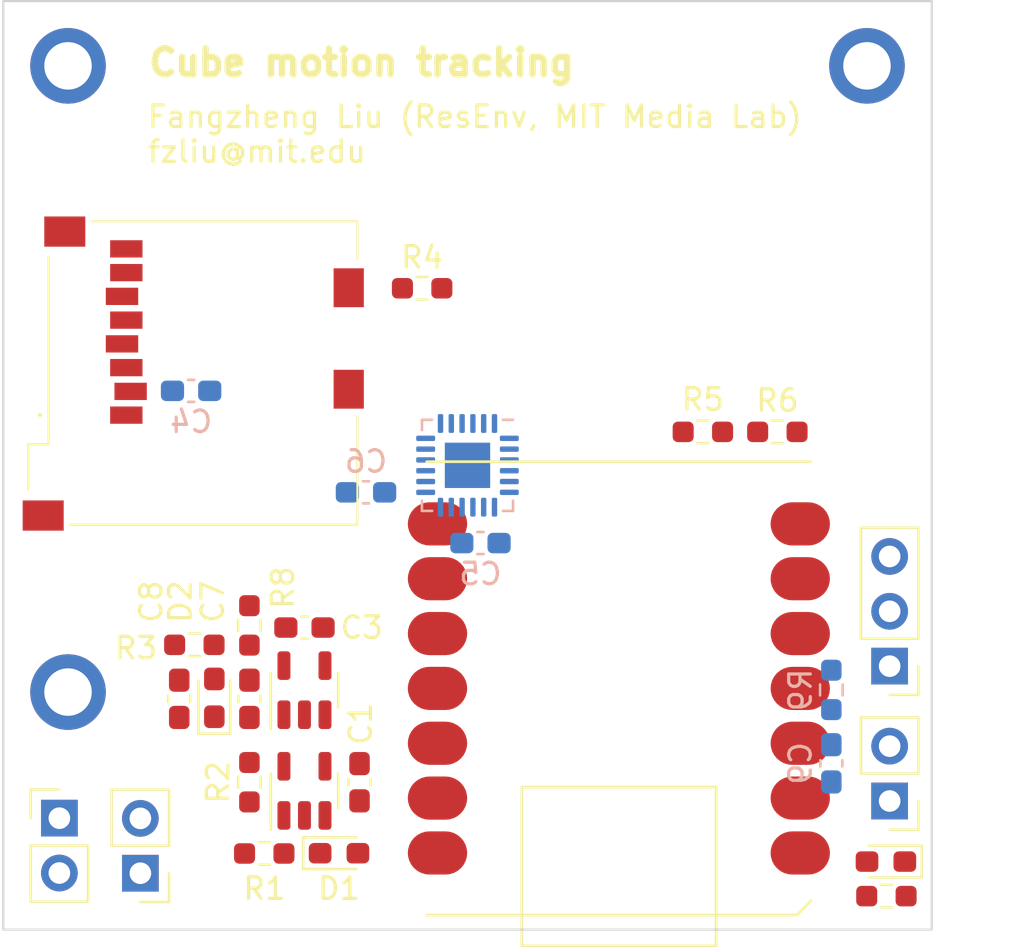
<source format=kicad_pcb>
(kicad_pcb (version 20221018) (generator pcbnew)
  (layers (0 "F.Cu" signal) (31 "B.Cu" signal) (34 "B.Paste" user) (35 "F.Paste" user) (36 "B.SilkS" user "B.Silkscreen") (37 "F.SilkS" user "F.Silkscreen") (38 "B.Mask" user) (39 "F.Mask" user) (44 "Edge.Cuts" user))
  (net 0 "")
  (net 1 "GND")
  (net 3 "Net-(IC1-REGOUT)")
  (net 5 "SD_CS")
  (net 6 "MOSI")
  (net 7 "SCK")
  (net 8 "MISO")
  (net 9 "Net-(J1-CARD_DETECT_1)")
  (net 11 "IMU_CS")
  (net 12 "VBUS")
  (net 13 "Net-(D3-K)")
  (net 15 "+3V3")
  (net 16 "/MCU-XIAO RP2040/EX_SIG")
  (net 17 "Net-(D1-K)")
  (net 18 "Net-(J2-Pin_2)")
  (net 19 "Net-(J4-Pin_1)")
  (net 20 "Net-(J4-Pin_2)")
  (net 21 "Net-(J4-Pin_3)")
  (net 22 "/MCU-XIAO RP2040/VBAT")
  (net 23 "/MCU-XIAO RP2040/LED")
  (net 31 "Net-(U2-STAT)")
  (net 32 "+BATT")
  (net 33 "Net-(U2-PROG)")
  (footprint "Resistor_SMD:R_0603_1608Metric_Pad0.98x0.95mm_HandSolder" (layer "F.Cu") (at 133.4 85.3)
    (fp_text reference "R4" (at 0 -1.43) (layer "F.SilkS"))
    (fp_text value "NC")
    (fp_line (start -0.254724 -0.5225) (end 0.254724 -0.5225) (stroke (width 0.12)) (layer "F.SilkS"))
    (fp_line (start -0.254724 0.5225) (end 0.254724 0.5225) (stroke (width 0.12)) (layer "F.SilkS"))
    (pad "1" smd roundrect (at -0.9125 0) (size 0.975 0.95) (layers "F.Cu" "F.Paste" "F.Mask") (net 9 "Net-(J1-CARD_DETECT_1)"))
    (pad "2" smd roundrect (at 0.9125 0) (size 0.975 0.95) (layers "F.Cu" "F.Paste" "F.Mask") (net 15 "+3V3"))
  )
  (footprint "Resistor_SMD:R_0603_1608Metric_Pad0.98x0.95mm_HandSolder" (layer "F.Cu") (at 126.0875 111.475)
    (fp_text reference "R1" (at 0.0125 1.625) (layer "F.SilkS"))
    (fp_text value "1K")
    (fp_line (start -0.254724 -0.5225) (end 0.254724 -0.5225) (stroke (width 0.12)) (layer "F.SilkS"))
    (fp_line (start -0.254724 0.5225) (end 0.254724 0.5225) (stroke (width 0.12)) (layer "F.SilkS"))
    (pad "1" smd roundrect (at -0.9125 0) (size 0.975 0.95) (layers "F.Cu" "F.Paste" "F.Mask") (net 17 "Net-(D1-K)"))
    (pad "2" smd roundrect (at 0.9125 0) (size 0.975 0.95) (layers "F.Cu" "F.Paste" "F.Mask") (net 31 "Net-(U2-STAT)"))
  )
  (footprint "Capacitor_SMD:C_0603_1608Metric_Pad1.08x0.95mm_HandSolder" (layer "F.Cu") (at 122.15 104.3125 90)
    (fp_text reference "C8" (at 4.5 -1.3 90) (layer "F.SilkS"))
    (fp_text value "10uF")
    (fp_line (start -0.146267 -0.51) (end 0.146267 -0.51) (stroke (width 0.12)) (layer "F.SilkS"))
    (fp_line (start -0.146267 0.51) (end 0.146267 0.51) (stroke (width 0.12)) (layer "F.SilkS"))
    (pad "1" smd roundrect (at -0.8625 0 90) (size 1.075 0.95) (layers "F.Cu" "F.Paste" "F.Mask") (net 32 "+BATT"))
    (pad "2" smd roundrect (at 0.8625 0 90) (size 1.075 0.95) (layers "F.Cu" "F.Paste" "F.Mask") (net 1 "GND"))
  )
  (footprint "Package_TO_SOT_SMD:SOT-23-5" (layer "F.Cu") (at 127.95 103.9125 90)
    (fp_text reference "U3" hide)
    (fp_text value "AP2112K-3.3")
    (fp_line (start 0 -1.56) (end -1.8 -1.56) (stroke (width 0.12)) (layer "F.SilkS"))
    (fp_line (start 0 -1.56) (end 0.8 -1.56) (stroke (width 0.12)) (layer "F.SilkS"))
    (fp_line (start 0 1.56) (end -0.8 1.56) (stroke (width 0.12)) (layer "F.SilkS"))
    (fp_line (start 0 1.56) (end 0.8 1.56) (stroke (width 0.12)) (layer "F.SilkS"))
    (pad "1" smd roundrect (at -1.1375 -0.95 90) (size 1.325 0.6) (layers "F.Cu" "F.Paste" "F.Mask") (net 32 "+BATT"))
    (pad "2" smd roundrect (at -1.1375 0 90) (size 1.325 0.6) (layers "F.Cu" "F.Paste" "F.Mask") (net 1 "GND"))
    (pad "3" smd roundrect (at -1.1375 0.95 90) (size 1.325 0.6) (layers "F.Cu" "F.Paste" "F.Mask") (net 32 "+BATT"))
    (pad "4" smd roundrect (at 1.1375 0.95 90) (size 1.325 0.6) (layers "F.Cu" "F.Paste" "F.Mask"))
    (pad "5" smd roundrect (at 1.1375 -0.95 90) (size 1.325 0.6) (layers "F.Cu" "F.Paste" "F.Mask") (net 15 "+3V3"))
  )
  (footprint "MountingHole:MountingHole_2.2mm_M2_ISO7380_Pad" (layer "F.Cu") (at 154 75)
    (fp_text reference "H3" hide)
    (fp_text value "M2")
    (pad "1" thru_hole circle (at 0 0) (size 3.5 3.5) (drill 2.2) (layers "*.Cu" "*.Mask") (net 1 "GND"))
  )
  (footprint "Resistor_SMD:R_0603_1608Metric_Pad0.98x0.95mm_HandSolder" (layer "F.Cu") (at 125.4 108.175 -90)
    (fp_text reference "R2" (at 0 1.45 90) (layer "F.SilkS"))
    (fp_text value "1K")
    (fp_line (start -0.254724 -0.5225) (end 0.254724 -0.5225) (stroke (width 0.12)) (layer "F.SilkS"))
    (fp_line (start -0.254724 0.5225) (end 0.254724 0.5225) (stroke (width 0.12)) (layer "F.SilkS"))
    (pad "1" smd roundrect (at -0.9125 0 270) (size 0.975 0.95) (layers "F.Cu" "F.Paste" "F.Mask") (net 33 "Net-(U2-PROG)"))
    (pad "2" smd roundrect (at 0.9125 0 270) (size 0.975 0.95) (layers "F.Cu" "F.Paste" "F.Mask") (net 1 "GND"))
  )
  (footprint "Resistor_SMD:R_0603_1608Metric_Pad0.98x0.95mm_HandSolder" (layer "F.Cu") (at 125.4 100.9125 -90)
    (fp_text reference "R8" (at -1.75 -1.55 90) (layer "F.SilkS"))
    (fp_text value "1M")
    (fp_line (start -0.254724 -0.5225) (end 0.254724 -0.5225) (stroke (width 0.12)) (layer "F.SilkS"))
    (fp_line (start -0.254724 0.5225) (end 0.254724 0.5225) (stroke (width 0.12)) (layer "F.SilkS"))
    (pad "1" smd roundrect (at -0.9125 0 270) (size 0.975 0.95) (layers "F.Cu" "F.Paste" "F.Mask") (net 1 "GND"))
    (pad "2" smd roundrect (at 0.9125 0 270) (size 0.975 0.95) (layers "F.Cu" "F.Paste" "F.Mask") (net 15 "+3V3"))
  )
  (footprint "Connector_PinHeader_2.54mm:PinHeader_1x03_P2.54mm_Vertical" (layer "F.Cu") (at 155.05 102.8 180)
    (fp_text reference "J4" hide)
    (fp_text value "Conn_01x03_Pin")
    (fp_line (start -1.33 -1.33) (end 0 -1.33) (stroke (width 0.12)) (layer "F.SilkS"))
    (fp_line (start -1.33 0) (end -1.33 -1.33) (stroke (width 0.12)) (layer "F.SilkS"))
    (fp_line (start -1.33 1.27) (end -1.33 6.41) (stroke (width 0.12)) (layer "F.SilkS"))
    (fp_line (start -1.33 1.27) (end 1.33 1.27) (stroke (width 0.12)) (layer "F.SilkS"))
    (fp_line (start -1.33 6.41) (end 1.33 6.41) (stroke (width 0.12)) (layer "F.SilkS"))
    (fp_line (start 1.33 1.27) (end 1.33 6.41) (stroke (width 0.12)) (layer "F.SilkS"))
    (pad "1" thru_hole rect (at 0 0 180) (size 1.7 1.7) (drill 1) (layers "*.Cu" "*.Mask") (net 19 "Net-(J4-Pin_1)"))
    (pad "2" thru_hole oval (at 0 2.54 180) (size 1.7 1.7) (drill 1) (layers "*.Cu" "*.Mask") (net 20 "Net-(J4-Pin_2)"))
    (pad "3" thru_hole oval (at 0 5.08 180) (size 1.7 1.7) (drill 1) (layers "*.Cu" "*.Mask") (net 21 "Net-(J4-Pin_3)"))
  )
  (footprint "Capacitor_SMD:C_0603_1608Metric_Pad1.08x0.95mm_HandSolder" (layer "F.Cu") (at 130.5 108.175 -90)
    (fp_text reference "C1" (at -2.7 -0.05 90) (layer "F.SilkS"))
    (fp_text value "0.1uF")
    (fp_line (start -0.146267 -0.51) (end 0.146267 -0.51) (stroke (width 0.12)) (layer "F.SilkS"))
    (fp_line (start -0.146267 0.51) (end 0.146267 0.51) (stroke (width 0.12)) (layer "F.SilkS"))
    (pad "1" smd roundrect (at -0.8625 0 270) (size 1.075 0.95) (layers "F.Cu" "F.Paste" "F.Mask") (net 12 "VBUS"))
    (pad "2" smd roundrect (at 0.8625 0 270) (size 1.075 0.95) (layers "F.Cu" "F.Paste" "F.Mask") (net 1 "GND"))
  )
  (footprint "MountingHole:MountingHole_2.2mm_M2_ISO7380_Pad" (layer "F.Cu") (at 117 104)
    (fp_text reference "H1" hide)
    (fp_text value "M2")
    (pad "1" thru_hole circle (at 0 0) (size 3.5 3.5) (drill 2.2) (layers "*.Cu" "*.Mask") (net 1 "GND"))
  )
  (footprint "Capacitor_SMD:C_0603_1608Metric_Pad1.08x0.95mm_HandSolder" (layer "F.Cu") (at 125.4 104.3125 90)
    (fp_text reference "C7" (at 4.5 -1.7 90) (layer "F.SilkS"))
    (fp_text value "0.1uF")
    (fp_line (start -0.146267 -0.51) (end 0.146267 -0.51) (stroke (width 0.12)) (layer "F.SilkS"))
    (fp_line (start -0.146267 0.51) (end 0.146267 0.51) (stroke (width 0.12)) (layer "F.SilkS"))
    (pad "1" smd roundrect (at -0.8625 0 90) (size 1.075 0.95) (layers "F.Cu" "F.Paste" "F.Mask") (net 32 "+BATT"))
    (pad "2" smd roundrect (at 0.8625 0 90) (size 1.075 0.95) (layers "F.Cu" "F.Paste" "F.Mask") (net 1 "GND"))
  )
  (footprint "Mylib:MOUDLE14P-SMD-2.54-21X17.8MM" (layer "F.Cu") (at 151.4105 93.33075 180)
    (fp_text reference "U1" hide)
    (fp_text value "MOUDLE-SEEEDUINO-XIAO")
    (fp_line (start 0 0) (end 17.8 0) (stroke (width 0.127)) (layer "F.SilkS"))
    (fp_line (start 0.671541 -21) (end 0 -20.3285) (stroke (width 0.127)) (layer "F.SilkS"))
    (fp_line (start 4.396 -15.072) (end 4.396 -22.425) (stroke (width 0.127)) (layer "F.SilkS"))
    (fp_line (start 4.4 -22.424) (end 13.395 -22.424) (stroke (width 0.127)) (layer "F.SilkS"))
    (fp_line (start 13.395 -22.424) (end 13.395 -15.072) (stroke (width 0.127)) (layer "F.SilkS"))
    (fp_line (start 13.395 -15.072) (end 4.396 -15.072) (stroke (width 0.127)) (layer "F.SilkS"))
    (fp_line (start 17.8 -21) (end 0.671541 -21) (stroke (width 0.127)) (layer "F.SilkS"))
    (pad "1" smd roundrect (at 0.5 -18.12 180) (size 2.75 2) (layers "F.Cu" "F.Paste" "F.Mask") (roundrect_rratio 0.5) (net 22 "/MCU-XIAO RP2040/VBAT"))
    (pad "2" smd roundrect (at 0.5 -15.58 180) (size 2.75 2) (layers "F.Cu" "F.Paste" "F.Mask") (roundrect_rratio 0.5) (net 23 "/MCU-XIAO RP2040/LED"))
    (pad "3" smd roundrect (at 0.5 -13.04 180) (size 2.75 2) (layers "F.Cu" "F.Paste" "F.Mask") (roundrect_rratio 0.5) (net 16 "/MCU-XIAO RP2040/EX_SIG"))
    (pad "4" smd roundrect (at 0.5 -10.5 180) (size 2.75 2) (layers "F.Cu" "F.Paste" "F.Mask") (roundrect_rratio 0.5) (net 19 "Net-(J4-Pin_1)"))
    (pad "5" smd roundrect (at 0.5 -7.96 180) (size 2.75 2) (layers "F.Cu" "F.Paste" "F.Mask") (roundrect_rratio 0.5) (net 20 "Net-(J4-Pin_2)"))
    (pad "6" smd roundrect (at 0.5 -5.42 180) (size 2.75 2) (layers "F.Cu" "F.Paste" "F.Mask") (roundrect_rratio 0.5) (net 21 "Net-(J4-Pin_3)"))
    (pad "7" smd roundrect (at 0.5 -2.88 180) (size 2.75 2) (layers "F.Cu" "F.Paste" "F.Mask") (roundrect_rratio 0.5) (net 11 "IMU_CS"))
    (pad "8" smd roundrect (at 17.3 -2.88 180) (size 2.75 2) (layers "F.Cu" "F.Paste" "F.Mask") (roundrect_rratio 0.5) (net 5 "SD_CS"))
    (pad "9" smd roundrect (at 17.3 -5.42 180) (size 2.75 2) (layers "F.Cu" "F.Paste" "F.Mask") (roundrect_rratio 0.5) (net 7 "SCK"))
    (pad "10" smd roundrect (at 17.3 -7.96 180) (size 2.75 2) (layers "F.Cu" "F.Paste" "F.Mask") (roundrect_rratio 0.5) (net 8 "MISO"))
    (pad "11" smd roundrect (at 17.3 -10.5 180) (size 2.75 2) (layers "F.Cu" "F.Paste" "F.Mask") (roundrect_rratio 0.5) (net 6 "MOSI"))
    (pad "12" smd roundrect (at 17.3 -13.04 180) (size 2.75 2) (layers "F.Cu" "F.Paste" "F.Mask") (roundrect_rratio 0.5))
    (pad "13" smd roundrect (at 17.3 -15.58 180) (size 2.75 2) (layers "F.Cu" "F.Paste" "F.Mask") (roundrect_rratio 0.5) (net 1 "GND"))
    (pad "14" smd roundrect (at 17.3 -18.12 180) (size 2.75 2) (layers "F.Cu" "F.Paste" "F.Mask") (roundrect_rratio 0.5) (net 12 "VBUS"))
  )
  (footprint "SamacSys_Parts:1660" (layer "F.Cu") (at 122.8 89.25 90)
    (fp_text reference "J1" hide)
    (fp_text value "1660" hide)
    (fp_line (start -7 -5.7) (end -7 7.6) (stroke (width 0.1)) (layer "F.SilkS"))
    (fp_line (start -7 7.6) (end -1.975 7.6) (stroke (width 0.1)) (layer "F.SilkS"))
    (fp_line (start -5.375 -7.64) (end -3.275 -7.64) (stroke (width 0.1)) (layer "F.SilkS"))
    (fp_line (start -3.275 -7.64) (end -3.275 -6.7) (stroke (width 0.1)) (layer "F.SilkS"))
    (fp_line (start -3.275 -6.7) (end 5.425 -6.7) (stroke (width 0.1)) (layer "F.SilkS"))
    (fp_line (start -1.975 -7.1) (end -1.975 -7.1) (stroke (width 0.1)) (layer "F.SilkS"))
    (fp_line (start -1.875 -7.1) (end -1.875 -7.1) (stroke (width 0.1)) (layer "F.SilkS"))
    (fp_line (start 5.325 7.6) (end 7.05 7.6) (stroke (width 0.1)) (layer "F.SilkS"))
    (fp_line (start 7.05 7.6) (end 7.05 -4.7) (stroke (width 0.1)) (layer "F.SilkS"))
    (fp_arc (start -1.975 -7.1) (mid -1.925 -7.15) (end -1.875 -7.1) (stroke (width 0.1)) (layer "F.SilkS"))
    (fp_arc (start -1.875 -7.1) (mid -1.925 -7.05) (end -1.975 -7.1) (stroke (width 0.1)) (layer "F.SilkS"))
    (pad "1" smd rect (at -1.925 -3.1 90) (size 0.8 1.5) (layers "F.Cu" "F.Paste" "F.Mask"))
    (pad "2" smd rect (at -0.825 -2.9 90) (size 0.8 1.5) (layers "F.Cu" "F.Paste" "F.Mask") (net 5 "SD_CS"))
    (pad "3" smd rect (at 0.275 -3.1 90) (size 0.8 1.5) (layers "F.Cu" "F.Paste" "F.Mask") (net 6 "MOSI"))
    (pad "4" smd rect (at 1.375 -3.3 90) (size 0.8 1.5) (layers "F.Cu" "F.Paste" "F.Mask") (net 15 "+3V3"))
    (pad "5" smd rect (at 2.475 -3.1 90) (size 0.8 1.5) (layers "F.Cu" "F.Paste" "F.Mask") (net 7 "SCK"))
    (pad "6" smd rect (at 3.575 -3.3 90) (size 0.8 1.5) (layers "F.Cu" "F.Paste" "F.Mask") (net 1 "GND"))
    (pad "7" smd rect (at 4.675 -3.1 90) (size 0.8 1.5) (layers "F.Cu" "F.Paste" "F.Mask") (net 8 "MISO"))
    (pad "8" smd rect (at 5.775 -3.1 90) (size 0.8 1.5) (layers "F.Cu" "F.Paste" "F.Mask"))
    (pad "9" smd rect (at 3.975 7.2 180) (size 1.4 1.8) (layers "F.Cu" "F.Paste" "F.Mask") (net 9 "Net-(J1-CARD_DETECT_1)"))
    (pad "10" smd rect (at -0.725 7.2 180) (size 1.4 1.8) (layers "F.Cu" "F.Paste" "F.Mask"))
    (pad "11" smd rect (at -6.575 -6.95 90) (size 1.4 1.9) (layers "F.Cu" "F.Paste" "F.Mask") (net 1 "GND"))
    (pad "12" smd rect (at 6.575 -5.95 90) (size 1.4 1.9) (layers "F.Cu" "F.Paste" "F.Mask") (net 1 "GND"))
  )
  (footprint "Diode_SMD:D_0603_1608Metric_Pad1.05x0.95mm_HandSolder" (layer "F.Cu") (at 123.775 104.2675 90)
    (fp_text reference "D2" (at 4.455 -1.575 90) (layer "F.SilkS"))
    (fp_text value "Schottky")
    (fp_line (start -1.66 -0.735) (end -1.66 0.735) (stroke (width 0.12)) (layer "F.SilkS"))
    (fp_line (start -1.66 0.735) (end 0.8 0.735) (stroke (width 0.12)) (layer "F.SilkS"))
    (fp_line (start 0.8 -0.735) (end -1.66 -0.735) (stroke (width 0.12)) (layer "F.SilkS"))
    (pad "1" smd roundrect (at -0.875 0 90) (size 1.05 0.95) (layers "F.Cu" "F.Paste" "F.Mask") (net 12 "VBUS"))
    (pad "2" smd roundrect (at 0.875 0 90) (size 1.05 0.95) (layers "F.Cu" "F.Paste" "F.Mask") (net 32 "+BATT"))
  )
  (footprint "Connector_PinHeader_2.54mm:PinHeader_1x02_P2.54mm_Vertical" (layer "F.Cu") (at 120.35 112.39 180)
    (fp_text reference "J5" hide)
    (fp_text value "SW")
    (fp_line (start -1.33 -1.33) (end 0 -1.33) (stroke (width 0.12)) (layer "F.SilkS"))
    (fp_line (start -1.33 0) (end -1.33 -1.33) (stroke (width 0.12)) (layer "F.SilkS"))
    (fp_line (start -1.33 1.27) (end -1.33 3.87) (stroke (width 0.12)) (layer "F.SilkS"))
    (fp_line (start -1.33 1.27) (end 1.33 1.27) (stroke (width 0.12)) (layer "F.SilkS"))
    (fp_line (start -1.33 3.87) (end 1.33 3.87) (stroke (width 0.12)) (layer "F.SilkS"))
    (fp_line (start 1.33 1.27) (end 1.33 3.87) (stroke (width 0.12)) (layer "F.SilkS"))
    (pad "1" thru_hole rect (at 0 0 180) (size 1.7 1.7) (drill 1) (layers "*.Cu" "*.Mask") (net 18 "Net-(J2-Pin_2)"))
    (pad "2" thru_hole oval (at 0 2.54 180) (size 1.7 1.7) (drill 1) (layers "*.Cu" "*.Mask") (net 32 "+BATT"))
  )
  (footprint "Resistor_SMD:R_0603_1608Metric_Pad0.98x0.95mm_HandSolder" (layer "F.Cu") (at 146.4 91.95 180)
    (fp_text reference "R5" (at 0 1.5) (layer "F.SilkS"))
    (fp_text value "499K")
    (fp_line (start -0.254724 -0.5225) (end 0.254724 -0.5225) (stroke (width 0.12)) (layer "F.SilkS"))
    (fp_line (start -0.254724 0.5225) (end 0.254724 0.5225) (stroke (width 0.12)) (layer "F.SilkS"))
    (pad "1" smd roundrect (at -0.9125 0 180) (size 0.975 0.95) (layers "F.Cu" "F.Paste" "F.Mask") (net 22 "/MCU-XIAO RP2040/VBAT"))
    (pad "2" smd roundrect (at 0.9125 0 180) (size 0.975 0.95) (layers "F.Cu" "F.Paste" "F.Mask") (net 32 "+BATT"))
  )
  (footprint "Resistor_SMD:R_0603_1608Metric_Pad0.98x0.95mm_HandSolder" (layer "F.Cu") (at 122.85 101.8125)
    (fp_text reference "R3" (at -2.7 0.15) (layer "F.SilkS"))
    (fp_text value "1M")
    (fp_line (start -0.254724 -0.5225) (end 0.254724 -0.5225) (stroke (width 0.12)) (layer "F.SilkS"))
    (fp_line (start -0.254724 0.5225) (end 0.254724 0.5225) (stroke (width 0.12)) (layer "F.SilkS"))
    (pad "1" smd roundrect (at -0.9125 0) (size 0.975 0.95) (layers "F.Cu" "F.Paste" "F.Mask") (net 1 "GND"))
    (pad "2" smd roundrect (at 0.9125 0) (size 0.975 0.95) (layers "F.Cu" "F.Paste" "F.Mask") (net 32 "+BATT"))
  )
  (footprint "Connector_PinHeader_2.54mm:PinHeader_1x02_P2.54mm_Vertical" (layer "F.Cu") (at 116.6 109.84)
    (fp_text reference "J2" hide)
    (fp_text value "battery")
    (fp_line (start -1.33 -1.33) (end 0 -1.33) (stroke (width 0.12)) (layer "F.SilkS"))
    (fp_line (start -1.33 0) (end -1.33 -1.33) (stroke (width 0.12)) (layer "F.SilkS"))
    (fp_line (start -1.33 1.27) (end -1.33 3.87) (stroke (width 0.12)) (layer "F.SilkS"))
    (fp_line (start -1.33 1.27) (end 1.33 1.27) (stroke (width 0.12)) (layer "F.SilkS"))
    (fp_line (start -1.33 3.87) (end 1.33 3.87) (stroke (width 0.12)) (layer "F.SilkS"))
    (fp_line (start 1.33 1.27) (end 1.33 3.87) (stroke (width 0.12)) (layer "F.SilkS"))
    (pad "1" thru_hole rect (at 0 0) (size 1.7 1.7) (drill 1) (layers "*.Cu" "*.Mask") (net 1 "GND"))
    (pad "2" thru_hole oval (at 0 2.54) (size 1.7 1.7) (drill 1) (layers "*.Cu" "*.Mask") (net 18 "Net-(J2-Pin_2)"))
  )
  (footprint "MountingHole:MountingHole_2.2mm_M2_ISO7380_Pad" (layer "F.Cu") (at 117 75)
    (fp_text reference "H2" hide)
    (fp_text value "M2")
    (pad "1" thru_hole circle (at 0 0) (size 3.5 3.5) (drill 2.2) (layers "*.Cu" "*.Mask") (net 1 "GND"))
  )
  (footprint "Resistor_SMD:R_0603_1608Metric_Pad0.98x0.95mm_HandSolder" (layer "F.Cu") (at 149.85 91.95 180)
    (fp_text reference "R6" (at 0 1.45) (layer "F.SilkS"))
    (fp_text value "499K")
    (fp_line (start -0.254724 -0.5225) (end 0.254724 -0.5225) (stroke (width 0.12)) (layer "F.SilkS"))
    (fp_line (start -0.254724 0.5225) (end 0.254724 0.5225) (stroke (width 0.12)) (layer "F.SilkS"))
    (pad "1" smd roundrect (at -0.9125 0 180) (size 0.975 0.95) (layers "F.Cu" "F.Paste" "F.Mask") (net 1 "GND"))
    (pad "2" smd roundrect (at 0.9125 0 180) (size 0.975 0.95) (layers "F.Cu" "F.Paste" "F.Mask") (net 22 "/MCU-XIAO RP2040/VBAT"))
  )
  (footprint "Package_TO_SOT_SMD:SOT-23-5" (layer "F.Cu") (at 127.95 108.575 90)
    (fp_text reference "U2" hide)
    (fp_text value "MCP73831-2-OT")
    (fp_line (start 0 -1.56) (end -1.8 -1.56) (stroke (width 0.12)) (layer "F.SilkS"))
    (fp_line (start 0 -1.56) (end 0.8 -1.56) (stroke (width 0.12)) (layer "F.SilkS"))
    (fp_line (start 0 1.56) (end -0.8 1.56) (stroke (width 0.12)) (layer "F.SilkS"))
    (fp_line (start 0 1.56) (end 0.8 1.56) (stroke (width 0.12)) (layer "F.SilkS"))
    (pad "1" smd roundrect (at -1.1375 -0.95 90) (size 1.325 0.6) (layers "F.Cu" "F.Paste" "F.Mask") (net 31 "Net-(U2-STAT)"))
    (pad "2" smd roundrect (at -1.1375 0 90) (size 1.325 0.6) (layers "F.Cu" "F.Paste" "F.Mask") (net 1 "GND"))
    (pad "3" smd roundrect (at -1.1375 0.95 90) (size 1.325 0.6) (layers "F.Cu" "F.Paste" "F.Mask") (net 32 "+BATT"))
    (pad "4" smd roundrect (at 1.1375 0.95 90) (size 1.325 0.6) (layers "F.Cu" "F.Paste" "F.Mask") (net 12 "VBUS"))
    (pad "5" smd roundrect (at 1.1375 -0.95 90) (size 1.325 0.6) (layers "F.Cu" "F.Paste" "F.Mask") (net 33 "Net-(U2-PROG)"))
  )
  (footprint "Capacitor_SMD:C_0603_1608Metric_Pad1.08x0.95mm_HandSolder" (layer "F.Cu") (at 127.95 101.0125)
    (fp_text reference "C3" (at 2.65 0) (layer "F.SilkS"))
    (fp_text value "10uF")
    (fp_line (start -0.146267 -0.51) (end 0.146267 -0.51) (stroke (width 0.12)) (layer "F.SilkS"))
    (fp_line (start -0.146267 0.51) (end 0.146267 0.51) (stroke (width 0.12)) (layer "F.SilkS"))
    (pad "1" smd roundrect (at -0.8625 0) (size 1.075 0.95) (layers "F.Cu" "F.Paste" "F.Mask") (net 15 "+3V3"))
    (pad "2" smd roundrect (at 0.8625 0) (size 1.075 0.95) (layers "F.Cu" "F.Paste" "F.Mask") (net 1 "GND"))
  )
  (footprint "LED_SMD:LED_0603_1608Metric_Pad1.05x0.95mm_HandSolder" (layer "F.Cu") (at 129.55 111.4625)
    (fp_text reference "D1" (at 0 1.6375) (layer "F.SilkS"))
    (fp_text value "CHG")
    (fp_line (start -1.66 -0.735) (end -1.66 0.735) (stroke (width 0.12)) (layer "F.SilkS"))
    (fp_line (start -1.66 0.735) (end 0.8 0.735) (stroke (width 0.12)) (layer "F.SilkS"))
    (fp_line (start 0.8 -0.735) (end -1.66 -0.735) (stroke (width 0.12)) (layer "F.SilkS"))
    (pad "1" smd roundrect (at -0.875 0) (size 1.05 0.95) (layers "F.Cu" "F.Paste" "F.Mask") (net 17 "Net-(D1-K)"))
    (pad "2" smd roundrect (at 0.875 0) (size 1.05 0.95) (layers "F.Cu" "F.Paste" "F.Mask") (net 12 "VBUS"))
  )
  (footprint "Resistor_SMD:R_0603_1608Metric_Pad0.98x0.95mm_HandSolder" (layer "F.Cu") (at 154.9 113.45)
    (fp_text reference "R7" hide)
    (fp_text value "10K")
    (fp_line (start -0.254724 -0.5225) (end 0.254724 -0.5225) (stroke (width 0.12)) (layer "F.SilkS"))
    (fp_line (start -0.254724 0.5225) (end 0.254724 0.5225) (stroke (width 0.12)) (layer "F.SilkS"))
    (pad "1" smd roundrect (at -0.9125 0) (size 0.975 0.95) (layers "F.Cu" "F.Paste" "F.Mask") (net 23 "/MCU-XIAO RP2040/LED"))
    (pad "2" smd roundrect (at 0.9125 0) (size 0.975 0.95) (layers "F.Cu" "F.Paste" "F.Mask") (net 13 "Net-(D3-K)"))
  )
  (footprint "Connector_PinHeader_2.54mm:PinHeader_1x02_P2.54mm_Vertical" (layer "F.Cu") (at 155.05 109.045 180)
    (fp_text reference "J3" hide)
    (fp_text value "External Ctrl")
    (fp_line (start -1.33 -1.33) (end 0 -1.33) (stroke (width 0.12)) (layer "F.SilkS"))
    (fp_line (start -1.33 0) (end -1.33 -1.33) (stroke (width 0.12)) (layer "F.SilkS"))
    (fp_line (start -1.33 1.27) (end -1.33 3.87) (stroke (width 0.12)) (layer "F.SilkS"))
    (fp_line (start -1.33 1.27) (end 1.33 1.27) (stroke (width 0.12)) (layer "F.SilkS"))
    (fp_line (start -1.33 3.87) (end 1.33 3.87) (stroke (width 0.12)) (layer "F.SilkS"))
    (fp_line (start 1.33 1.27) (end 1.33 3.87) (stroke (width 0.12)) (layer "F.SilkS"))
    (pad "1" thru_hole rect (at 0 0 180) (size 1.7 1.7) (drill 1) (layers "*.Cu" "*.Mask") (net 1 "GND"))
    (pad "2" thru_hole oval (at 0 2.54 180) (size 1.7 1.7) (drill 1) (layers "*.Cu" "*.Mask") (net 16 "/MCU-XIAO RP2040/EX_SIG"))
  )
  (footprint "LED_SMD:LED_0603_1608Metric_Pad1.05x0.95mm_HandSolder" (layer "F.Cu") (at 154.8775 111.85 180)
    (fp_text reference "D3" hide)
    (fp_text value "Red")
    (fp_line (start -1.66 -0.735) (end -1.66 0.735) (stroke (width 0.12)) (layer "F.SilkS"))
    (fp_line (start -1.66 0.735) (end 0.8 0.735) (stroke (width 0.12)) (layer "F.SilkS"))
    (fp_line (start 0.8 -0.735) (end -1.66 -0.735) (stroke (width 0.12)) (layer "F.SilkS"))
    (pad "1" smd roundrect (at -0.875 0 180) (size 1.05 0.95) (layers "F.Cu" "F.Paste" "F.Mask") (net 13 "Net-(D3-K)"))
    (pad "2" smd roundrect (at 0.875 0 180) (size 1.05 0.95) (layers "F.Cu" "F.Paste" "F.Mask") (net 15 "+3V3"))
  )
  (footprint "Capacitor_SMD:C_0603_1608Metric_Pad1.08x0.95mm_HandSolder" (layer "B.Cu") (at 122.7 90.05)
    (fp_text reference "C4" (at 0 1.43) (layer "B.SilkS") (effects (justify mirror)))
    (fp_text value "0.1uF")
    (fp_line (start -0.146267 -0.51) (end 0.146267 -0.51) (stroke (width 0.12)) (layer "B.SilkS"))
    (fp_line (start -0.146267 0.51) (end 0.146267 0.51) (stroke (width 0.12)) (layer "B.SilkS"))
    (pad "1" smd roundrect (at -0.8625 0) (size 1.075 0.95) (layers "B.Cu" "B.Paste" "B.Mask") (net 15 "+3V3"))
    (pad "2" smd roundrect (at 0.8625 0) (size 1.075 0.95) (layers "B.Cu" "B.Paste" "B.Mask") (net 1 "GND"))
  )
  (footprint "Package_DFN_QFN:HVQFN-24-1EP_4x4mm_P0.5mm_EP2.1x2.1mm" (layer "B.Cu") (at 135.5 93.5 180)
    (fp_text reference "IC1" hide)
    (fp_text value "ICM-20649")
    (fp_line (start -2.11 -2.11) (end -2.11 -1.635) (stroke (width 0.12)) (layer "B.SilkS"))
    (fp_line (start -1.635 -2.11) (end -2.11 -2.11) (stroke (width 0.12)) (layer "B.SilkS"))
    (fp_line (start -1.635 2.11) (end -2.11 2.11) (stroke (width 0.12)) (layer "B.SilkS"))
    (fp_line (start 1.635 -2.11) (end 2.11 -2.11) (stroke (width 0.12)) (layer "B.SilkS"))
    (fp_line (start 1.635 2.11) (end 2.11 2.11) (stroke (width 0.12)) (layer "B.SilkS"))
    (fp_line (start 2.11 -2.11) (end 2.11 -1.635) (stroke (width 0.12)) (layer "B.SilkS"))
    (fp_line (start 2.11 2.11) (end 2.11 1.635) (stroke (width 0.12)) (layer "B.SilkS"))
    (pad "1" smd roundrect (at -1.9375 1.25 180) (size 0.875 0.25) (layers "B.Cu" "B.Paste" "B.Mask"))
    (pad "2" smd roundrect (at -1.9375 0.75 180) (size 0.875 0.25) (layers "B.Cu" "B.Paste" "B.Mask"))
    (pad "3" smd roundrect (at -1.9375 0.25 180) (size 0.875 0.25) (layers "B.Cu" "B.Paste" "B.Mask"))
    (pad "4" smd roundrect (at -1.9375 -0.25 180) (size 0.875 0.25) (layers "B.Cu" "B.Paste" "B.Mask"))
    (pad "5" smd roundrect (at -1.9375 -0.75 180) (size 0.875 0.25) (layers "B.Cu" "B.Paste" "B.Mask"))
    (pad "6" smd roundrect (at -1.9375 -1.25 180) (size 0.875 0.25) (layers "B.Cu" "B.Paste" "B.Mask"))
    (pad "7" smd roundrect (at -1.25 -1.9375 180) (size 0.25 0.875) (layers "B.Cu" "B.Paste" "B.Mask"))
    (pad "8" smd roundrect (at -0.75 -1.9375 180) (size 0.25 0.875) (layers "B.Cu" "B.Paste" "B.Mask") (net 15 "+3V3"))
    (pad "9" smd roundrect (at -0.25 -1.9375 180) (size 0.25 0.875) (layers "B.Cu" "B.Paste" "B.Mask") (net 6 "MOSI"))
    (pad "10" smd roundrect (at 0.25 -1.9375 180) (size 0.25 0.875) (layers "B.Cu" "B.Paste" "B.Mask") (net 3 "Net-(IC1-REGOUT)"))
    (pad "11" smd roundrect (at 0.75 -1.9375 180) (size 0.25 0.875) (layers "B.Cu" "B.Paste" "B.Mask"))
    (pad "12" smd roundrect (at 1.25 -1.9375 180) (size 0.25 0.875) (layers "B.Cu" "B.Paste" "B.Mask"))
    (pad "13" smd roundrect (at 1.9375 -1.25 180) (size 0.875 0.25) (layers "B.Cu" "B.Paste" "B.Mask") (net 15 "+3V3"))
    (pad "14" smd roundrect (at 1.9375 -0.75 180) (size 0.875 0.25) (layers "B.Cu" "B.Paste" "B.Mask"))
    (pad "15" smd roundrect (at 1.9375 -0.25 180) (size 0.875 0.25) (layers "B.Cu" "B.Paste" "B.Mask"))
    (pad "16" smd roundrect (at 1.9375 0.25 180) (size 0.875 0.25) (layers "B.Cu" "B.Paste" "B.Mask"))
    (pad "17" smd roundrect (at 1.9375 0.75 180) (size 0.875 0.25) (layers "B.Cu" "B.Paste" "B.Mask"))
    (pad "18" smd roundrect (at 1.9375 1.25 180) (size 0.875 0.25) (layers "B.Cu" "B.Paste" "B.Mask") (net 1 "GND"))
    (pad "19" smd roundrect (at 1.25 1.9375 180) (size 0.25 0.875) (layers "B.Cu" "B.Paste" "B.Mask"))
    (pad "20" smd roundrect (at 0.75 1.9375 180) (size 0.25 0.875) (layers "B.Cu" "B.Paste" "B.Mask") (net 1 "GND"))
    (pad "21" smd roundrect (at 0.25 1.9375 180) (size 0.25 0.875) (layers "B.Cu" "B.Paste" "B.Mask"))
    (pad "22" smd roundrect (at -0.25 1.9375 180) (size 0.25 0.875) (layers "B.Cu" "B.Paste" "B.Mask") (net 11 "IMU_CS"))
    (pad "23" smd roundrect (at -0.75 1.9375 180) (size 0.25 0.875) (layers "B.Cu" "B.Paste" "B.Mask") (net 7 "SCK"))
    (pad "24" smd roundrect (at -1.25 1.9375 180) (size 0.25 0.875) (layers "B.Cu" "B.Paste" "B.Mask") (net 8 "MISO"))
    (pad "25" smd rect (at 0 0 180) (size 2.1 2.1) (layers "B.Cu" "B.Mask") (net 1 "GND"))
  )
  (footprint "Capacitor_SMD:C_0603_1608Metric_Pad1.08x0.95mm_HandSolder" (layer "B.Cu") (at 130.8 94.75 180)
    (fp_text reference "C6" (at 0 1.43) (layer "B.SilkS") (effects (justify mirror)))
    (fp_text value "0.1uF")
    (fp_line (start -0.146267 -0.51) (end 0.146267 -0.51) (stroke (width 0.12)) (layer "B.SilkS"))
    (fp_line (start -0.146267 0.51) (end 0.146267 0.51) (stroke (width 0.12)) (layer "B.SilkS"))
    (pad "1" smd roundrect (at -0.8625 0 180) (size 1.075 0.95) (layers "B.Cu" "B.Paste" "B.Mask") (net 15 "+3V3"))
    (pad "2" smd roundrect (at 0.8625 0 180) (size 1.075 0.95) (layers "B.Cu" "B.Paste" "B.Mask") (net 1 "GND"))
  )
  (footprint "Capacitor_SMD:C_0603_1608Metric_Pad1.08x0.95mm_HandSolder" (layer "B.Cu") (at 136.1 97.1)
    (fp_text reference "C5" (at 0 1.43) (layer "B.SilkS") (effects (justify mirror)))
    (fp_text value "0.1uF")
    (fp_line (start -0.146267 -0.51) (end 0.146267 -0.51) (stroke (width 0.12)) (layer "B.SilkS"))
    (fp_line (start -0.146267 0.51) (end 0.146267 0.51) (stroke (width 0.12)) (layer "B.SilkS"))
    (pad "1" smd roundrect (at -0.8625 0) (size 1.075 0.95) (layers "B.Cu" "B.Paste" "B.Mask") (net 3 "Net-(IC1-REGOUT)"))
    (pad "2" smd roundrect (at 0.8625 0) (size 1.075 0.95) (layers "B.Cu" "B.Paste" "B.Mask") (net 1 "GND"))
  )
  (footprint "Capacitor_SMD:C_0603_1608Metric_Pad1.08x0.95mm_HandSolder" (layer "B.Cu") (at 152.35 107.3 -90)
    (fp_text reference "C9" (at 0 1.43 90) (layer "B.SilkS") (effects (justify mirror)))
    (fp_text value "0.01uF")
    (fp_line (start -0.146267 -0.51) (end 0.146267 -0.51) (stroke (width 0.12)) (layer "B.SilkS"))
    (fp_line (start -0.146267 0.51) (end 0.146267 0.51) (stroke (width 0.12)) (layer "B.SilkS"))
    (pad "1" smd roundrect (at -0.8625 0 270) (size 1.075 0.95) (layers "B.Cu" "B.Paste" "B.Mask") (net 16 "/MCU-XIAO RP2040/EX_SIG"))
    (pad "2" smd roundrect (at 0.8625 0 270) (size 1.075 0.95) (layers "B.Cu" "B.Paste" "B.Mask") (net 1 "GND"))
  )
  (footprint "Resistor_SMD:R_0603_1608Metric_Pad0.98x0.95mm_HandSolder" (layer "B.Cu") (at 152.35 103.9 -90)
    (fp_text reference "R9" (at 0 1.43 90) (layer "B.SilkS") (effects (justify mirror)))
    (fp_text value "10K")
    (fp_line (start -0.254724 -0.5225) (end 0.254724 -0.5225) (stroke (width 0.12)) (layer "B.SilkS"))
    (fp_line (start -0.254724 0.5225) (end 0.254724 0.5225) (stroke (width 0.12)) (layer "B.SilkS"))
    (pad "1" smd roundrect (at -0.9125 0 270) (size 0.975 0.95) (layers "B.Cu" "B.Paste" "B.Mask") (net 15 "+3V3"))
    (pad "2" smd roundrect (at 0.9125 0 270) (size 0.975 0.95) (layers "B.Cu" "B.Paste" "B.Mask") (net 16 "/MCU-XIAO RP2040/EX_SIG"))
  )
  (gr_rect (start 114 72) (end 157 115) (stroke (width 0.1)) (fill none) (layer "Edge.Cuts"))
  (gr_text "Cube motion tracking" (at 120.6 75.55) (layer "F.SilkS") (effects (font (size 1.2 1.2) (thickness 0.3) bold) (justify left bottom)))
  (gr_text "Fangzheng Liu (ResEnv, MIT Media Lab)\nfzliu@mit.edu" (at 120.6 79.55) (layer "F.SilkS") (effects (font (size 1 1)) (justify left bottom)))
)
</source>
